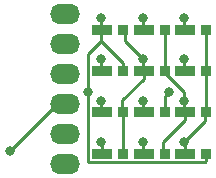
<source format=gbr>
G04 #@! TF.GenerationSoftware,KiCad,Pcbnew,5.1.5-52549c5~84~ubuntu18.04.1*
G04 #@! TF.CreationDate,2019-11-28T18:03:46-08:00*
G04 #@! TF.ProjectId,edison-led-3x4-pmod,65646973-6f6e-42d6-9c65-642d3378342d,rev?*
G04 #@! TF.SameCoordinates,PX68aa6f0PY527e2a0*
G04 #@! TF.FileFunction,Copper,L1,Top*
G04 #@! TF.FilePolarity,Positive*
%FSLAX46Y46*%
G04 Gerber Fmt 4.6, Leading zero omitted, Abs format (unit mm)*
G04 Created by KiCad (PCBNEW 5.1.5-52549c5~84~ubuntu18.04.1) date 2019-11-28 18:03:46*
%MOMM*%
%LPD*%
G04 APERTURE LIST*
%ADD10O,2.540000X1.700000*%
%ADD11R,1.670000X0.820000*%
%ADD12R,0.850000X0.820000*%
%ADD13C,0.800000*%
%ADD14C,0.250000*%
G04 APERTURE END LIST*
D10*
X5380000Y-13850000D03*
X5380000Y-11310000D03*
X5380000Y-8770000D03*
X5380000Y-6230000D03*
X5380000Y-3690000D03*
X5380000Y-1150000D03*
D11*
X15565000Y-13000000D03*
D12*
X17345000Y-13000000D03*
D11*
X12065000Y-13000000D03*
D12*
X13845000Y-13000000D03*
D11*
X8565000Y-13000000D03*
D12*
X10345000Y-13000000D03*
D11*
X15565000Y-9500000D03*
D12*
X17345000Y-9500000D03*
D11*
X12065000Y-9500000D03*
D12*
X13845000Y-9500000D03*
D11*
X8565000Y-9500000D03*
D12*
X10345000Y-9500000D03*
D11*
X15565000Y-6000000D03*
D12*
X17345000Y-6000000D03*
D11*
X12065000Y-6000000D03*
D12*
X13845000Y-6000000D03*
D11*
X8565000Y-6000000D03*
D12*
X10345000Y-6000000D03*
D11*
X15565000Y-2500000D03*
D12*
X17345000Y-2500000D03*
D11*
X12065000Y-2500000D03*
D12*
X13845000Y-2500000D03*
D11*
X8565000Y-2500000D03*
D12*
X10345000Y-2500000D03*
D13*
X8500000Y-1500000D03*
X12000000Y-1500000D03*
X15500000Y-1500000D03*
X14250000Y-7750000D03*
X7404999Y-7750000D03*
X8500000Y-5000000D03*
X15500000Y-5000000D03*
X12000000Y-5000000D03*
X15500000Y-8500000D03*
X8500000Y-8500000D03*
X12000000Y-8500000D03*
X12000000Y-12000000D03*
X15500000Y-12000000D03*
X8500000Y-12000000D03*
X750000Y-12750000D03*
D14*
X8500000Y-1500000D02*
X8500000Y-2500000D01*
X12000000Y-1500000D02*
X12000000Y-2500000D01*
X15500000Y-1500000D02*
X15500000Y-2500000D01*
X10345000Y-5340000D02*
X8500000Y-3495000D01*
X10345000Y-6000000D02*
X10345000Y-5340000D01*
X8500000Y-3495000D02*
X8500000Y-2500000D01*
X13845000Y-9500000D02*
X13845000Y-8155000D01*
X13845000Y-8155000D02*
X14250000Y-7750000D01*
X7404999Y-4590001D02*
X8500000Y-3495000D01*
X7404999Y-7750000D02*
X7404999Y-4590001D01*
X17269999Y-13735001D02*
X17345000Y-13660000D01*
X17345000Y-13660000D02*
X17345000Y-13000000D01*
X7469999Y-13735001D02*
X17269999Y-13735001D01*
X7404999Y-7750000D02*
X7404999Y-13670001D01*
X7404999Y-13670001D02*
X7469999Y-13735001D01*
X8500000Y-5000000D02*
X8500000Y-6000000D01*
X15500000Y-5000000D02*
X15500000Y-6000000D01*
X12000000Y-5000000D02*
X12000000Y-6000000D01*
X10345000Y-13000000D02*
X10345000Y-9595000D01*
X12000000Y-5000000D02*
X10500000Y-3500000D01*
X10500000Y-3500000D02*
X10500000Y-2500000D01*
X12065000Y-6660000D02*
X10250000Y-8475000D01*
X12065000Y-6000000D02*
X12065000Y-6660000D01*
X10250000Y-8475000D02*
X10250000Y-9500000D01*
X15500000Y-8500000D02*
X15500000Y-9500000D01*
X12000000Y-8500000D02*
X12000000Y-9500000D01*
X8500000Y-8500000D02*
X8500000Y-9500000D01*
X13845000Y-6000000D02*
X13845000Y-2595000D01*
X15500000Y-8500000D02*
X15500000Y-7750000D01*
X15500000Y-7750000D02*
X13750000Y-6000000D01*
X15565000Y-10160000D02*
X13750000Y-11975000D01*
X15565000Y-9500000D02*
X15565000Y-10160000D01*
X13750000Y-11975000D02*
X13750000Y-13000000D01*
X12000000Y-12000000D02*
X12000000Y-13000000D01*
X15565000Y-12065000D02*
X15500000Y-12000000D01*
X15565000Y-13000000D02*
X15565000Y-12065000D01*
X8565000Y-12065000D02*
X8500000Y-12000000D01*
X8565000Y-13000000D02*
X8565000Y-12065000D01*
X17345000Y-2500000D02*
X17345000Y-6155000D01*
X17345000Y-6000000D02*
X17345000Y-9405000D01*
X15500000Y-12000000D02*
X17250000Y-10250000D01*
X17250000Y-10250000D02*
X17250000Y-9500000D01*
X4980000Y-8770000D02*
X4730000Y-8770000D01*
X4730000Y-8770000D02*
X750000Y-12750000D01*
M02*

</source>
